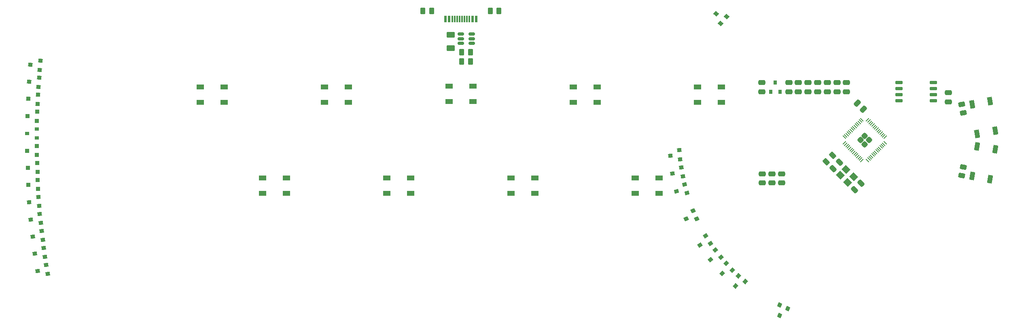
<source format=gbr>
%TF.GenerationSoftware,KiCad,Pcbnew,7.0.7*%
%TF.CreationDate,2023-09-30T22:32:58+02:00*%
%TF.ProjectId,dizzy40,64697a7a-7934-4302-9e6b-696361645f70,rev?*%
%TF.SameCoordinates,Original*%
%TF.FileFunction,Paste,Bot*%
%TF.FilePolarity,Positive*%
%FSLAX46Y46*%
G04 Gerber Fmt 4.6, Leading zero omitted, Abs format (unit mm)*
G04 Created by KiCad (PCBNEW 7.0.7) date 2023-09-30 22:32:58*
%MOMM*%
%LPD*%
G01*
G04 APERTURE LIST*
G04 Aperture macros list*
%AMRoundRect*
0 Rectangle with rounded corners*
0 $1 Rounding radius*
0 $2 $3 $4 $5 $6 $7 $8 $9 X,Y pos of 4 corners*
0 Add a 4 corners polygon primitive as box body*
4,1,4,$2,$3,$4,$5,$6,$7,$8,$9,$2,$3,0*
0 Add four circle primitives for the rounded corners*
1,1,$1+$1,$2,$3*
1,1,$1+$1,$4,$5*
1,1,$1+$1,$6,$7*
1,1,$1+$1,$8,$9*
0 Add four rect primitives between the rounded corners*
20,1,$1+$1,$2,$3,$4,$5,0*
20,1,$1+$1,$4,$5,$6,$7,0*
20,1,$1+$1,$6,$7,$8,$9,0*
20,1,$1+$1,$8,$9,$2,$3,0*%
%AMRotRect*
0 Rectangle, with rotation*
0 The origin of the aperture is its center*
0 $1 length*
0 $2 width*
0 $3 Rotation angle, in degrees counterclockwise*
0 Add horizontal line*
21,1,$1,$2,0,0,$3*%
G04 Aperture macros list end*
%ADD10R,1.600000X1.000000*%
%ADD11RotRect,0.900000X0.800000X205.000000*%
%ADD12RotRect,0.900000X0.800000X185.000000*%
%ADD13RoundRect,0.250000X-0.625000X0.375000X-0.625000X-0.375000X0.625000X-0.375000X0.625000X0.375000X0*%
%ADD14RotRect,0.900000X0.800000X186.000000*%
%ADD15RoundRect,0.250000X-0.475000X0.250000X-0.475000X-0.250000X0.475000X-0.250000X0.475000X0.250000X0*%
%ADD16RoundRect,0.250000X-0.159099X0.512652X-0.512652X0.159099X0.159099X-0.512652X0.512652X-0.159099X0*%
%ADD17RotRect,0.900000X0.800000X190.000000*%
%ADD18RotRect,0.900000X0.800000X182.000000*%
%ADD19RoundRect,0.250000X-0.488746X0.180370X-0.397581X-0.336654X0.488746X-0.180370X0.397581X0.336654X0*%
%ADD20RoundRect,0.250000X-0.132583X0.503814X-0.503814X0.132583X0.132583X-0.503814X0.503814X-0.132583X0*%
%ADD21RoundRect,0.250000X0.512652X0.159099X0.159099X0.512652X-0.512652X-0.159099X-0.159099X-0.512652X0*%
%ADD22RotRect,0.900000X0.800000X195.000000*%
%ADD23RotRect,0.900000X0.800000X187.000000*%
%ADD24RoundRect,0.250000X-0.262500X-0.450000X0.262500X-0.450000X0.262500X0.450000X-0.262500X0.450000X0*%
%ADD25R,0.800000X0.900000*%
%ADD26RotRect,0.900000X0.800000X218.000000*%
%ADD27RotRect,0.900000X0.800000X230.000000*%
%ADD28RoundRect,0.250000X0.475000X-0.250000X0.475000X0.250000X-0.475000X0.250000X-0.475000X-0.250000X0*%
%ADD29RotRect,0.900000X0.800000X177.000000*%
%ADD30RotRect,1.700000X1.000000X80.000000*%
%ADD31RotRect,0.900000X0.800000X223.000000*%
%ADD32RotRect,1.400000X1.200000X315.000000*%
%ADD33RotRect,1.700000X1.000000X100.000000*%
%ADD34RoundRect,0.250000X-0.397581X0.336654X-0.488746X-0.180370X0.397581X-0.336654X0.488746X0.180370X0*%
%ADD35RotRect,0.900000X0.800000X245.000000*%
%ADD36RotRect,0.900000X0.800000X176.000000*%
%ADD37RotRect,0.900000X0.800000X184.000000*%
%ADD38RotRect,0.900000X0.800000X213.000000*%
%ADD39RoundRect,0.150000X-0.650000X-0.150000X0.650000X-0.150000X0.650000X0.150000X-0.650000X0.150000X0*%
%ADD40RotRect,0.900000X0.800000X178.000000*%
%ADD41RotRect,0.900000X0.800000X140.000000*%
%ADD42RotRect,0.900000X0.800000X175.000000*%
%ADD43RoundRect,0.150000X0.512500X0.150000X-0.512500X0.150000X-0.512500X-0.150000X0.512500X-0.150000X0*%
%ADD44RoundRect,0.250000X0.413257X0.000000X0.000000X0.413257X-0.413257X0.000000X0.000000X-0.413257X0*%
%ADD45RoundRect,0.050000X0.309359X-0.238649X-0.238649X0.309359X-0.309359X0.238649X0.238649X-0.309359X0*%
%ADD46RoundRect,0.050000X0.309359X0.238649X0.238649X0.309359X-0.309359X-0.238649X-0.238649X-0.309359X0*%
%ADD47R,0.600000X1.450000*%
%ADD48R,0.300000X1.450000*%
%ADD49R,0.900000X0.800000*%
%ADD50RoundRect,0.250000X0.262500X0.450000X-0.262500X0.450000X-0.262500X-0.450000X0.262500X-0.450000X0*%
%ADD51RotRect,0.900000X0.800000X181.000000*%
G04 APERTURE END LIST*
D10*
%TO.C,RGB7*%
X119150000Y-81020000D03*
X119150000Y-77820000D03*
X124150000Y-77820000D03*
X124150000Y-81020000D03*
%TD*%
D11*
%TO.C,D27*%
X196214820Y-103666389D03*
X197017795Y-105388374D03*
X194803692Y-105372618D03*
%TD*%
D12*
%TO.C,D26*%
X193374404Y-91027230D03*
X193540000Y-92920000D03*
X191464812Y-92147927D03*
%TD*%
D10*
%TO.C,RGB5*%
X145150000Y-80810000D03*
X145150000Y-77610000D03*
X150150000Y-77610000D03*
X150150000Y-80810000D03*
%TD*%
D13*
%TO.C,F0*%
X145500000Y-66880000D03*
X145500000Y-69680000D03*
%TD*%
D14*
%TO.C,D38*%
X59541823Y-104394217D03*
X59740427Y-106283808D03*
X57652081Y-105548069D03*
%TD*%
D15*
%TO.C,C6*%
X212750000Y-95970000D03*
X212750000Y-97870000D03*
%TD*%
%TO.C,C14*%
X226350000Y-76880000D03*
X226350000Y-78780000D03*
%TD*%
D16*
%TO.C,C3*%
X226881751Y-93528249D03*
X225538249Y-94871751D03*
%TD*%
D17*
%TO.C,D35*%
X60860000Y-115010000D03*
X61189932Y-116881135D03*
X59055350Y-116292864D03*
%TD*%
D18*
%TO.C,D30*%
X59100000Y-97260000D03*
X59166309Y-99158843D03*
X57134373Y-98279220D03*
%TD*%
D19*
%TO.C,R8*%
X252471546Y-81431363D03*
X252788454Y-83228637D03*
%TD*%
D17*
%TO.C,D20*%
X193760068Y-94618865D03*
X194090000Y-96490000D03*
X191955418Y-95901729D03*
%TD*%
D20*
%TO.C,R5*%
X225425235Y-92144765D03*
X224134765Y-93435235D03*
%TD*%
D15*
%TO.C,C12*%
X220310000Y-76880000D03*
X220310000Y-78780000D03*
%TD*%
D10*
%TO.C,RGB3*%
X171150000Y-81020000D03*
X171150000Y-77820000D03*
X176150000Y-77820000D03*
X176150000Y-81020000D03*
%TD*%
D21*
%TO.C,C10*%
X231921751Y-82491751D03*
X230578249Y-81148249D03*
%TD*%
D15*
%TO.C,C4*%
X218290000Y-76880000D03*
X218290000Y-78780000D03*
%TD*%
D22*
%TO.C,D22*%
X194460048Y-98163551D03*
X194951804Y-99998810D03*
X192774074Y-99598819D03*
%TD*%
D23*
%TO.C,D37*%
X59940000Y-107934162D03*
X60171552Y-109820000D03*
X58070684Y-109120819D03*
%TD*%
D24*
%TO.C,R7*%
X139687500Y-61920000D03*
X141512500Y-61920000D03*
%TD*%
D10*
%TO.C,RGB2*%
X189150000Y-96830000D03*
X189150000Y-100030000D03*
X184150000Y-100030000D03*
X184150000Y-96830000D03*
%TD*%
D25*
%TO.C,U4*%
X214420000Y-78830000D03*
X212520000Y-78830000D03*
X213470000Y-76830000D03*
%TD*%
D15*
%TO.C,C5*%
X249640000Y-78990000D03*
X249640000Y-80890000D03*
%TD*%
%TO.C,C8*%
X214800000Y-95970000D03*
X214800000Y-97870000D03*
%TD*%
D24*
%TO.C,R4*%
X147847500Y-70500000D03*
X149672500Y-70500000D03*
%TD*%
D15*
%TO.C,C11*%
X222330000Y-76880000D03*
X222330000Y-78780000D03*
%TD*%
D10*
%TO.C,RGB9*%
X98150000Y-77820000D03*
X98150000Y-81020000D03*
X93150000Y-81020000D03*
X93150000Y-77820000D03*
%TD*%
D26*
%TO.C,D28*%
X200880243Y-111952779D03*
X202050000Y-113450000D03*
X199889100Y-113932712D03*
%TD*%
D15*
%TO.C,C9*%
X228370000Y-76880000D03*
X228370000Y-78780000D03*
%TD*%
D27*
%TO.C,D32*%
X205715045Y-117323307D03*
X207170530Y-118544604D03*
X205157212Y-119466044D03*
%TD*%
D28*
%TO.C,C1*%
X210620000Y-78780000D03*
X210620000Y-76880000D03*
%TD*%
D18*
%TO.C,D29*%
X58976236Y-93715679D03*
X59042545Y-95614522D03*
X57010609Y-94734899D03*
%TD*%
D23*
%TO.C,D36*%
X60380000Y-111460000D03*
X60611552Y-113345838D03*
X58510684Y-112646657D03*
%TD*%
D16*
%TO.C,C2*%
X231341751Y-97988249D03*
X229998249Y-99331751D03*
%TD*%
D29*
%TO.C,D19*%
X59148349Y-79443638D03*
X59048910Y-81341034D03*
X57101370Y-80287664D03*
%TD*%
D30*
%TO.C,SW0*%
X258368286Y-97064152D03*
X259462269Y-90859863D03*
X254626017Y-96404289D03*
X255720000Y-90200000D03*
%TD*%
D15*
%TO.C,C17*%
X216270000Y-76880000D03*
X216270000Y-78780000D03*
%TD*%
D31*
%TO.C,D34*%
X203164203Y-114750428D03*
X204460000Y-116140000D03*
X202349394Y-116809210D03*
%TD*%
D10*
%TO.C,RGB8*%
X111150000Y-96830000D03*
X111150000Y-100030000D03*
X106150000Y-100030000D03*
X106150000Y-96830000D03*
%TD*%
D32*
%TO.C,Y0*%
X228263223Y-95051142D03*
X229818858Y-96606777D03*
X228616777Y-97808858D03*
X227061142Y-96253223D03*
%TD*%
D24*
%TO.C,R3*%
X147847500Y-72470000D03*
X149672500Y-72470000D03*
%TD*%
D10*
%TO.C,RGB1*%
X197150000Y-81020000D03*
X197150000Y-77820000D03*
X202150000Y-77820000D03*
X202150000Y-81020000D03*
%TD*%
%TO.C,RGB4*%
X163150000Y-96830000D03*
X163150000Y-100030000D03*
X158150000Y-100030000D03*
X158150000Y-96830000D03*
%TD*%
D33*
%TO.C,SW2*%
X259462269Y-86940137D03*
X258368286Y-80735848D03*
X255720000Y-87600000D03*
X254626017Y-81395711D03*
%TD*%
D34*
%TO.C,R1*%
X252766908Y-94562726D03*
X252450000Y-96360000D03*
%TD*%
D35*
%TO.C,D39*%
X214321626Y-123392205D03*
X216043611Y-124195180D03*
X214337382Y-125606308D03*
%TD*%
D36*
%TO.C,D18*%
X59383833Y-75882071D03*
X59251295Y-77777442D03*
X57322436Y-76690244D03*
%TD*%
D15*
%TO.C,C13*%
X224340000Y-76880000D03*
X224340000Y-78780000D03*
%TD*%
D37*
%TO.C,D31*%
X59260000Y-100830000D03*
X59392538Y-102725371D03*
X57331141Y-101917198D03*
%TD*%
D38*
%TO.C,D33*%
X198855185Y-108976526D03*
X199890000Y-110570000D03*
X197695251Y-110862541D03*
%TD*%
D39*
%TO.C,U2*%
X239300000Y-80695000D03*
X239300000Y-79425000D03*
X239300000Y-78155000D03*
X239300000Y-76885000D03*
X246500000Y-76885000D03*
X246500000Y-78155000D03*
X246500000Y-79425000D03*
X246500000Y-80695000D03*
%TD*%
D40*
%TO.C,D25*%
X58980000Y-83000000D03*
X58913691Y-84898843D03*
X56948064Y-83879623D03*
%TD*%
D41*
%TO.C,D21*%
X203252737Y-63057833D03*
X202031440Y-64513318D03*
X201110000Y-62500000D03*
%TD*%
D15*
%TO.C,C7*%
X210710000Y-95970000D03*
X210710000Y-97870000D03*
%TD*%
D42*
%TO.C,D17*%
X59675596Y-72327230D03*
X59510000Y-74220000D03*
X57600408Y-73099303D03*
%TD*%
D43*
%TO.C,U44*%
X149897500Y-66740000D03*
X149897500Y-67690000D03*
X149897500Y-68640000D03*
X147622500Y-68640000D03*
X147622500Y-67690000D03*
X147622500Y-66740000D03*
%TD*%
D44*
%TO.C,U3*%
X232170000Y-89811561D03*
X233071561Y-88910000D03*
X231268439Y-88910000D03*
X232170000Y-88008439D03*
D45*
X236439157Y-89502202D03*
X236156314Y-89785045D03*
X235873472Y-90067887D03*
X235590629Y-90350730D03*
X235307786Y-90633573D03*
X235024944Y-90916415D03*
X234742101Y-91199258D03*
X234459258Y-91482101D03*
X234176415Y-91764944D03*
X233893573Y-92047786D03*
X233610730Y-92330629D03*
X233327887Y-92613472D03*
X233045045Y-92896314D03*
X232762202Y-93179157D03*
D46*
X231577798Y-93179157D03*
X231294955Y-92896314D03*
X231012113Y-92613472D03*
X230729270Y-92330629D03*
X230446427Y-92047786D03*
X230163585Y-91764944D03*
X229880742Y-91482101D03*
X229597899Y-91199258D03*
X229315056Y-90916415D03*
X229032214Y-90633573D03*
X228749371Y-90350730D03*
X228466528Y-90067887D03*
X228183686Y-89785045D03*
X227900843Y-89502202D03*
D45*
X227900843Y-88317798D03*
X228183686Y-88034955D03*
X228466528Y-87752113D03*
X228749371Y-87469270D03*
X229032214Y-87186427D03*
X229315056Y-86903585D03*
X229597899Y-86620742D03*
X229880742Y-86337899D03*
X230163585Y-86055056D03*
X230446427Y-85772214D03*
X230729270Y-85489371D03*
X231012113Y-85206528D03*
X231294955Y-84923686D03*
X231577798Y-84640843D03*
D46*
X232762202Y-84640843D03*
X233045045Y-84923686D03*
X233327887Y-85206528D03*
X233610730Y-85489371D03*
X233893573Y-85772214D03*
X234176415Y-86055056D03*
X234459258Y-86337899D03*
X234742101Y-86620742D03*
X235024944Y-86903585D03*
X235307786Y-87186427D03*
X235590629Y-87469270D03*
X235873472Y-87752113D03*
X236156314Y-88034955D03*
X236439157Y-88317798D03*
%TD*%
D47*
%TO.C,J0*%
X144400000Y-63585000D03*
X145200000Y-63585000D03*
D48*
X146400000Y-63585000D03*
X147400000Y-63585000D03*
X147900000Y-63585000D03*
X148900000Y-63585000D03*
D47*
X150100000Y-63585000D03*
X150900000Y-63585000D03*
X150900000Y-63585000D03*
X150100000Y-63585000D03*
D48*
X149400000Y-63585000D03*
X148400000Y-63585000D03*
X146900000Y-63585000D03*
X145900000Y-63585000D03*
D47*
X145200000Y-63585000D03*
X144400000Y-63585000D03*
%TD*%
D49*
%TO.C,D24*%
X58890000Y-86580000D03*
X58890000Y-88480000D03*
X56890000Y-87530000D03*
%TD*%
D50*
%TO.C,R6*%
X155642500Y-61920000D03*
X153817500Y-61920000D03*
%TD*%
D10*
%TO.C,RGB6*%
X132150000Y-100030000D03*
X132150000Y-96830000D03*
X137150000Y-96830000D03*
X137150000Y-100030000D03*
%TD*%
D51*
%TO.C,D23*%
X58900000Y-90150000D03*
X58933159Y-92049711D03*
X56916884Y-91134760D03*
%TD*%
M02*

</source>
